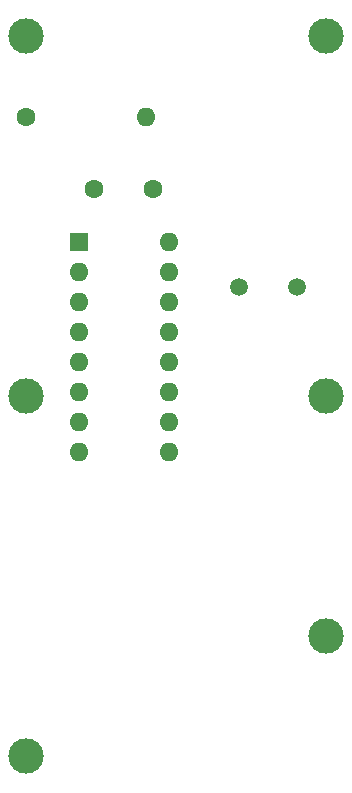
<source format=gbr>
%TF.GenerationSoftware,KiCad,Pcbnew,(6.0.5)*%
%TF.CreationDate,2022-06-29T09:53:36+09:30*%
%TF.ProjectId,SX-64 8701,53582d36-3420-4383-9730-312e6b696361,rev?*%
%TF.SameCoordinates,Original*%
%TF.FileFunction,Soldermask,Bot*%
%TF.FilePolarity,Negative*%
%FSLAX46Y46*%
G04 Gerber Fmt 4.6, Leading zero omitted, Abs format (unit mm)*
G04 Created by KiCad (PCBNEW (6.0.5)) date 2022-06-29 09:53:36*
%MOMM*%
%LPD*%
G01*
G04 APERTURE LIST*
%ADD10R,1.600000X1.600000*%
%ADD11O,1.600000X1.600000*%
%ADD12C,1.500000*%
%ADD13C,3.000000*%
%ADD14C,1.600000*%
G04 APERTURE END LIST*
D10*
%TO.C,U1*%
X128524000Y-85092500D03*
D11*
X128524000Y-87632500D03*
X128524000Y-90172500D03*
X128524000Y-92712500D03*
X128524000Y-95252500D03*
X128524000Y-97792500D03*
X128524000Y-100332500D03*
X128524000Y-102872500D03*
X136144000Y-102872500D03*
X136144000Y-100332500D03*
X136144000Y-97792500D03*
X136144000Y-95252500D03*
X136144000Y-92712500D03*
X136144000Y-90172500D03*
X136144000Y-87632500D03*
X136144000Y-85092500D03*
%TD*%
D12*
%TO.C,Y1*%
X146976000Y-88930000D03*
X142076000Y-88930000D03*
%TD*%
D13*
%TO.C,DotClock*%
X149481500Y-98173500D03*
%TD*%
%TO.C,\u00D8Color*%
X124081500Y-128653500D03*
%TD*%
%TO.C,\u00D8o*%
X149481500Y-67693500D03*
%TD*%
%TO.C,5V*%
X124081500Y-67693500D03*
%TD*%
%TO.C,GND*%
X124081500Y-98173500D03*
%TD*%
D14*
%TO.C,C1*%
X129834000Y-80645000D03*
X134834000Y-80645000D03*
%TD*%
D13*
%TO.C,GND*%
X149481500Y-118493500D03*
%TD*%
D14*
%TO.C,L1*%
X124079000Y-74549000D03*
D11*
X134239000Y-74549000D03*
%TD*%
M02*

</source>
